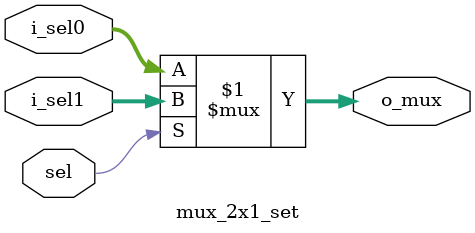
<source format=v>
`timescale 1ns / 1ps

module fnd_contr (
    input  wire        clk,
    input  wire        reset,

    input  wire        sel_display,    // page select: 0=sec/cc, 1=hour/min
    input  wire        sel_display_2,  // source select: 0=stopwatch, 1=clock

    input  wire [25:0] fnd_in_data,     // stopwatch time (packed)
    input  wire [23:0] fnd_in_data_2,   // clock time (packed)

    output wire [3:0]  fnd_digit,       // digit enable (active-low assumed)
    output wire [7:0]  fnd_data         // segment pattern
);

    // ------------------------------------------------------------
    // 1) Select input source and normalize width to 26 bits
    // ------------------------------------------------------------
    // When selecting the 24-bit clock input, it is already aligned to
    // the same bit packing used by the stopwatch input:
    //   [25:19] hour, [18:13] min, [12:7] sec, [6:0] cc
    wire [25:0] time_sel;

    mux_2x1_set U_SRC_SEL (
        .sel   (sel_display_2),
        .i_sel0({2'b00, fnd_in_data}), // stopwatch: already 26-bit (extra 2 bits kept as 0)
        .i_sel1(fnd_in_data_2),        // clock: 24-bit, treated as 26-bit bus here
        .o_mux (time_sel)
    );

    // ------------------------------------------------------------
    // 2) Split each field into decimal digits (ones/tens)
    // ------------------------------------------------------------
    wire [3:0] hour_1, hour_10;
    wire [3:0] min_1,  min_10;
    wire [3:0] sec_1,  sec_10;
    wire [3:0] cc_1,   cc_10;

    digit_splitter #(.BIT_WIDTH(7)) U_HOUR_DS (
        .in_data (time_sel[25:19]),
        .digit_1 (hour_1),
        .digit_10(hour_10)
    );

    digit_splitter #(.BIT_WIDTH(6)) U_MIN_DS (
        .in_data (time_sel[18:13]),
        .digit_1 (min_1),
        .digit_10(min_10)
    );

    digit_splitter #(.BIT_WIDTH(6)) U_SEC_DS (
        .in_data (time_sel[12:7]),
        .digit_1 (sec_1),
        .digit_10(sec_10)
    );

    digit_splitter #(.BIT_WIDTH(7)) U_CC_DS (
        .in_data (time_sel[6:0]),
        .digit_1 (cc_1),
        .digit_10(cc_10)
    );

    // ------------------------------------------------------------
    // 3) 1 kHz digit scan clock and digit selector (0..7)
    // ------------------------------------------------------------
    wire       clk_1khz;
    wire [2:0] digit_sel;

    clk_div U_CLK_DIV (
        .clk     (clk),
        .reset   (reset),
        .clk_1khz(clk_1khz)
    );

    counter8 U_COUNTER8 (
        .clk      (clk_1khz),
        .reset    (reset),
        .digit_sel(digit_sel)
    );

    // digit enable (4 digits) uses digit_sel[1:0]
    decoder2x4 U_DECODER (
        .dec_in (digit_sel[1:0]),
        .dec_out(fnd_digit)
    );

    // ------------------------------------------------------------
    // 4) Dot blink generator (based on cc field)
    // ------------------------------------------------------------
    wire dot_onoff;
    dot_onoff_comp U_DOT_COMP (
        .msec     (time_sel[6:0]),
        .dot_onoff(dot_onoff)
    );

    // ------------------------------------------------------------
    // 5) Build display data for two pages:
    //    - Hour:Min page
    //    - Sec:Cc page
    //
    // mux_8x1 uses digit_sel[2:0] to select:
    //   0..3 : actual digits
    //   4..7 : optional "dot/blank" patterns
    // ------------------------------------------------------------
    wire [3:0] hm_nibble;
    wire [3:0] sc_nibble;

    mux_8x1 U_MUX_HOUR_MIN (
        .sel           (digit_sel),
        .digit_1       (min_1),
        .digit_10      (min_10),
        .digit_100     (hour_1),
        .digit_1000    (hour_10),
        .digit_dot_1   (4'hF),
        .digit_dot_10  (4'hF),
        .digit_dot_100 ({3'b111, dot_onoff}),
        .digit_dot_1000(4'hF),
        .mux_out       (hm_nibble)
    );

    mux_8x1 U_MUX_SEC_CC (
        .sel           (digit_sel),
        .digit_1       (cc_1),
        .digit_10      (cc_10),
        .digit_100     (sec_1),
        .digit_1000    (sec_10),
        .digit_dot_1   (4'hF),
        .digit_dot_10  (4'hF),
        .digit_dot_100 ({3'b111, dot_onoff}),
        .digit_dot_1000(4'hF),
        .mux_out       (sc_nibble)
    );

    // Page select: 0 = sec/cc, 1 = hour/min
    wire [3:0] bcd_nibble;
    mux_2x1 U_PAGE_SEL (
        .sel   (sel_display),
        .i_sel0(sc_nibble),
        .i_sel1(hm_nibble),
        .o_mux (bcd_nibble)
    );

    // ------------------------------------------------------------
    // 6) BCD nibble to 7-seg segments
    // ------------------------------------------------------------
    bcd U_BCD (
        .bcd     (bcd_nibble),
        .fnd_data(fnd_data)
    );

endmodule

//============================================================
// 2-to-1 mux for 4-bit digit selection
//============================================================
module mux_2x1 (
    input  wire       sel,
    input  wire [3:0] i_sel0,
    input  wire [3:0] i_sel1,
    output wire [3:0] o_mux
);
    assign o_mux = sel ? i_sel1 : i_sel0;
endmodule

//============================================================
// Clock divider: generates a ~1 kHz tick from 100 MHz clock.
// Output is a 1-cycle pulse (clk_1khz).
//============================================================
module clk_div (
    input  wire clk,
    input  wire reset,
    output reg  clk_1khz
);
    reg [$clog2(100_000):0] counter_r;

    always @(posedge clk or posedge reset) begin
        if (reset) begin
            counter_r <= 0;
            clk_1khz  <= 1'b0;
        end else if (counter_r == 99_999) begin
            counter_r <= 0;
            clk_1khz  <= 1'b1;
        end else begin
            counter_r <= counter_r + 1;
            clk_1khz  <= 1'b0;
        end
    end
endmodule

//============================================================
// 3-bit counter used for digit scanning (0..7).
//============================================================
module counter8 (
    input  wire       clk,
    input  wire       reset,
    output wire [2:0] digit_sel
);
    reg [2:0] counter_r;

    assign digit_sel = counter_r;

    always @(posedge clk or posedge reset) begin
        if (reset) counter_r <= 0;
        else       counter_r <= counter_r + 1'b1;
    end
endmodule

//============================================================
// 2-to-4 decoder for digit enable signals (active-low).
//============================================================
module decoder2x4 (
    input  wire [1:0] dec_in,
    output reg  [3:0] dec_out
);
    always @(*) begin
        case (dec_in)
            2'd0: dec_out = 4'b1110;
            2'd1: dec_out = 4'b1101;
            2'd2: dec_out = 4'b1011;
            2'd3: dec_out = 4'b0111;
            default: dec_out = 4'b1111;
        endcase
    end
endmodule

//============================================================
// 8-to-1 mux for digit/page selection.
// - sel[1:0] typically selects the 4 digits
// - sel[2] can be used as an extra page/marker
//============================================================
module mux_8x1 (
    input  wire [2:0] sel,
    input  wire [3:0] digit_1,
    input  wire [3:0] digit_10,
    input  wire [3:0] digit_100,
    input  wire [3:0] digit_1000,
    input  wire [3:0] digit_dot_1,
    input  wire [3:0] digit_dot_10,
    input  wire [3:0] digit_dot_100,
    input  wire [3:0] digit_dot_1000,
    output reg  [3:0] mux_out
);
    always @(*) begin
        case (sel)
            3'b000: mux_out = digit_1;
            3'b001: mux_out = digit_10;
            3'b010: mux_out = digit_100;
            3'b011: mux_out = digit_1000;
            3'b100: mux_out = digit_dot_1;
            3'b101: mux_out = digit_dot_10;
            3'b110: mux_out = digit_dot_100;
            3'b111: mux_out = digit_dot_1000;
            default: mux_out = 4'hF;
        endcase
    end
endmodule

//============================================================
// Splits an integer field into two decimal digits (ones/tens).
//============================================================
module digit_splitter #(
    parameter BIT_WIDTH = 7
) (
    input  wire [BIT_WIDTH-1:0] in_data,
    output wire [3:0]           digit_1,
    output wire [3:0]           digit_10
);
    assign digit_1  = in_data % 10;
    assign digit_10 = (in_data / 10) % 10;
endmodule

//============================================================
// BCD to 7-segment decoder (common-anode/cathode depends on board).
// Here, the segment encoding matches the user's hardware mapping.
//============================================================
module bcd (
    input  wire [3:0] bcd,
    output reg  [7:0] fnd_data
);
    always @(*) begin
        case (bcd)
            4'd0:  fnd_data = 8'hc0;
            4'd1:  fnd_data = 8'hf9;
            4'd2:  fnd_data = 8'ha4;
            4'd3:  fnd_data = 8'hb0;
            4'd4:  fnd_data = 8'h99;
            4'd5:  fnd_data = 8'h92;
            4'd6:  fnd_data = 8'h82;
            4'd7:  fnd_data = 8'hf8;
            4'd8:  fnd_data = 8'h80;
            4'd9:  fnd_data = 8'h90;

            // Non-decimal codes
            4'd14: fnd_data = 8'h7f; // example: dot/marker
            default: fnd_data = 8'hff; // blank
        endcase
    end
endmodule

//============================================================
// Dot blink comparator (simple heartbeat using centi-second field).
//============================================================
module dot_onoff_comp (
    input  wire [6:0] msec,
    output wire       dot_onoff
);
    assign dot_onoff = (msec < 50);
endmodule

//============================================================
// 2-to-1 mux for selecting packed time data (26-bit wide).
//============================================================
module mux_2x1_set (
    input  wire        sel,
    input  wire [25:0] i_sel0,
    input  wire [25:0] i_sel1,
    output wire [25:0] o_mux
);
    assign o_mux = sel ? i_sel1 : i_sel0;
endmodule
</source>
